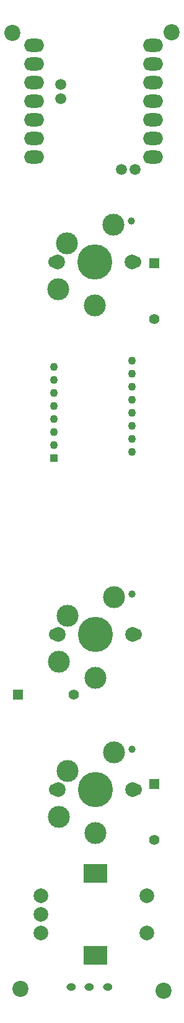
<source format=gbr>
%TF.GenerationSoftware,KiCad,Pcbnew,8.0.6*%
%TF.CreationDate,2025-11-06T23:07:29+09:00*%
%TF.ProjectId,tstick,74737469-636b-42e6-9b69-6361645f7063,rev?*%
%TF.SameCoordinates,Original*%
%TF.FileFunction,Soldermask,Top*%
%TF.FilePolarity,Negative*%
%FSLAX46Y46*%
G04 Gerber Fmt 4.6, Leading zero omitted, Abs format (unit mm)*
G04 Created by KiCad (PCBNEW 8.0.6) date 2025-11-06 23:07:29*
%MOMM*%
%LPD*%
G01*
G04 APERTURE LIST*
G04 Aperture macros list*
%AMRoundRect*
0 Rectangle with rounded corners*
0 $1 Rounding radius*
0 $2 $3 $4 $5 $6 $7 $8 $9 X,Y pos of 4 corners*
0 Add a 4 corners polygon primitive as box body*
4,1,4,$2,$3,$4,$5,$6,$7,$8,$9,$2,$3,0*
0 Add four circle primitives for the rounded corners*
1,1,$1+$1,$2,$3*
1,1,$1+$1,$4,$5*
1,1,$1+$1,$6,$7*
1,1,$1+$1,$8,$9*
0 Add four rect primitives between the rounded corners*
20,1,$1+$1,$2,$3,$4,$5,0*
20,1,$1+$1,$4,$5,$6,$7,0*
20,1,$1+$1,$6,$7,$8,$9,0*
20,1,$1+$1,$8,$9,$2,$3,0*%
G04 Aperture macros list end*
%ADD10O,1.300000X1.000000*%
%ADD11C,2.000000*%
%ADD12R,3.200000X2.500000*%
%ADD13R,1.397000X1.397000*%
%ADD14C,1.397000*%
%ADD15C,2.200000*%
%ADD16O,2.750000X1.800000*%
%ADD17C,1.500000*%
%ADD18C,1.700000*%
%ADD19C,3.000000*%
%ADD20C,4.800000*%
%ADD21C,1.000000*%
%ADD22RoundRect,0.250000X0.300000X-0.300000X0.300000X0.300000X-0.300000X0.300000X-0.300000X-0.300000X0*%
%ADD23C,1.100000*%
G04 APERTURE END LIST*
D10*
%TO.C,SW21*%
X101641563Y-167927176D03*
X99141563Y-167927176D03*
X96641563Y-167927176D03*
%TD*%
D11*
%TO.C,SW4*%
X92500000Y-155500000D03*
X92500000Y-160500000D03*
X92500000Y-158000000D03*
D12*
X100000000Y-152400000D03*
X100000000Y-163600000D03*
D11*
X107000000Y-160500000D03*
X107000000Y-155500000D03*
%TD*%
D13*
%TO.C,D1*%
X108000000Y-69190000D03*
D14*
X108000000Y-76810000D03*
%TD*%
D15*
%TO.C,Ref\u002A\u002A*%
X88645844Y-37775358D03*
%TD*%
D16*
%TO.C,U1*%
X91589400Y-39434700D03*
X91589400Y-41974700D03*
X91589400Y-44514700D03*
X91589400Y-47054700D03*
X91589400Y-49594700D03*
X91589400Y-52134700D03*
X91589400Y-54674700D03*
X107829400Y-54674700D03*
X107829400Y-52134700D03*
X107829400Y-49594700D03*
X107829400Y-47054700D03*
X107829400Y-44514700D03*
X107829400Y-41974700D03*
X107829400Y-39434700D03*
D17*
X103544800Y-56366700D03*
X105424400Y-56366700D03*
X95264400Y-46737700D03*
X95264400Y-44832700D03*
%TD*%
D18*
%TO.C,SW3*%
X94464200Y-141000000D03*
D11*
X94884200Y-141000000D03*
D19*
X94964200Y-144700000D03*
X96154200Y-138460000D03*
D20*
X99964200Y-141000000D03*
D19*
X99964200Y-146900000D03*
X102504200Y-135920000D03*
D21*
X104964200Y-135450000D03*
D11*
X105044200Y-141000000D03*
D18*
X105464200Y-141000000D03*
%TD*%
D15*
%TO.C,Ref\u002A\u002A*%
X89765600Y-168156779D03*
%TD*%
D13*
%TO.C,D2*%
X89415000Y-128000000D03*
D14*
X97035000Y-128000000D03*
%TD*%
D18*
%TO.C,SW2*%
X94485623Y-119831343D03*
D11*
X94905623Y-119831343D03*
D19*
X94985623Y-123531343D03*
X96175623Y-117291343D03*
D20*
X99985623Y-119831343D03*
D19*
X99985623Y-125731343D03*
X102525623Y-114751343D03*
D21*
X104985623Y-114281343D03*
D11*
X105065623Y-119831343D03*
D18*
X105485623Y-119831343D03*
%TD*%
D15*
%TO.C,Ref\u002A\u002A*%
X110400604Y-37675327D03*
%TD*%
D13*
%TO.C,D3*%
X108000000Y-140190000D03*
D14*
X108000000Y-147810000D03*
%TD*%
D18*
%TO.C,SW1*%
X94420000Y-69000000D03*
D11*
X94840000Y-69000000D03*
D19*
X94920000Y-72700000D03*
X96110000Y-66460000D03*
D20*
X99920000Y-69000000D03*
D19*
X99920000Y-74900000D03*
X102460000Y-63920000D03*
D21*
X104920000Y-63450000D03*
D11*
X105000000Y-69000000D03*
D18*
X105420000Y-69000000D03*
%TD*%
D15*
%TO.C,Ref\u002A\u002A*%
X109337922Y-168391178D03*
%TD*%
D22*
%TO.C,pmw3610*%
X94300000Y-95790000D03*
D23*
X94300000Y-94010000D03*
X94300000Y-92230000D03*
X94300000Y-90450000D03*
X94300000Y-88670000D03*
X94300000Y-86890000D03*
X94300000Y-85110000D03*
X94300000Y-83330000D03*
X105000000Y-82440000D03*
X105000000Y-84220000D03*
X105000000Y-86000000D03*
X105000000Y-87780000D03*
X105000000Y-89560000D03*
X105000000Y-91340000D03*
X105000000Y-93120000D03*
X105000000Y-94900000D03*
%TD*%
M02*

</source>
